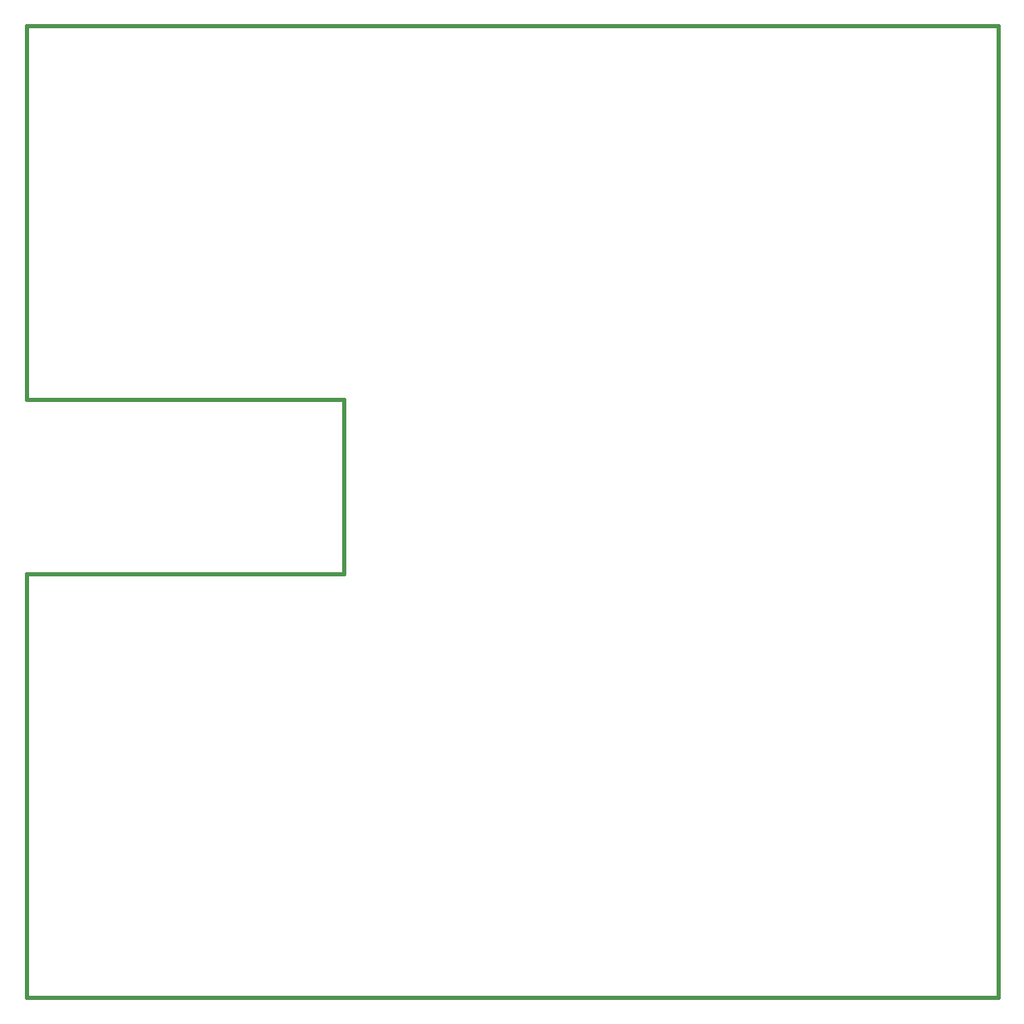
<source format=gbr>
G04 (created by PCBNEW (2013-07-07 BZR 4022)-stable) date 6/13/2014 10:53:16 AM*
%MOIN*%
G04 Gerber Fmt 3.4, Leading zero omitted, Abs format*
%FSLAX34Y34*%
G01*
G70*
G90*
G04 APERTURE LIST*
%ADD10C,0.00590551*%
%ADD11C,0.015*%
G04 APERTURE END LIST*
G54D10*
G54D11*
X44000Y7500D02*
X5000Y7500D01*
X44000Y46500D02*
X44000Y7500D01*
X5000Y46500D02*
X44000Y46500D01*
X5000Y31500D02*
X5000Y46500D01*
X17750Y31500D02*
X5000Y31500D01*
X17750Y24500D02*
X17750Y31500D01*
X5000Y24500D02*
X17750Y24500D01*
X5000Y7500D02*
X5000Y24500D01*
M02*

</source>
